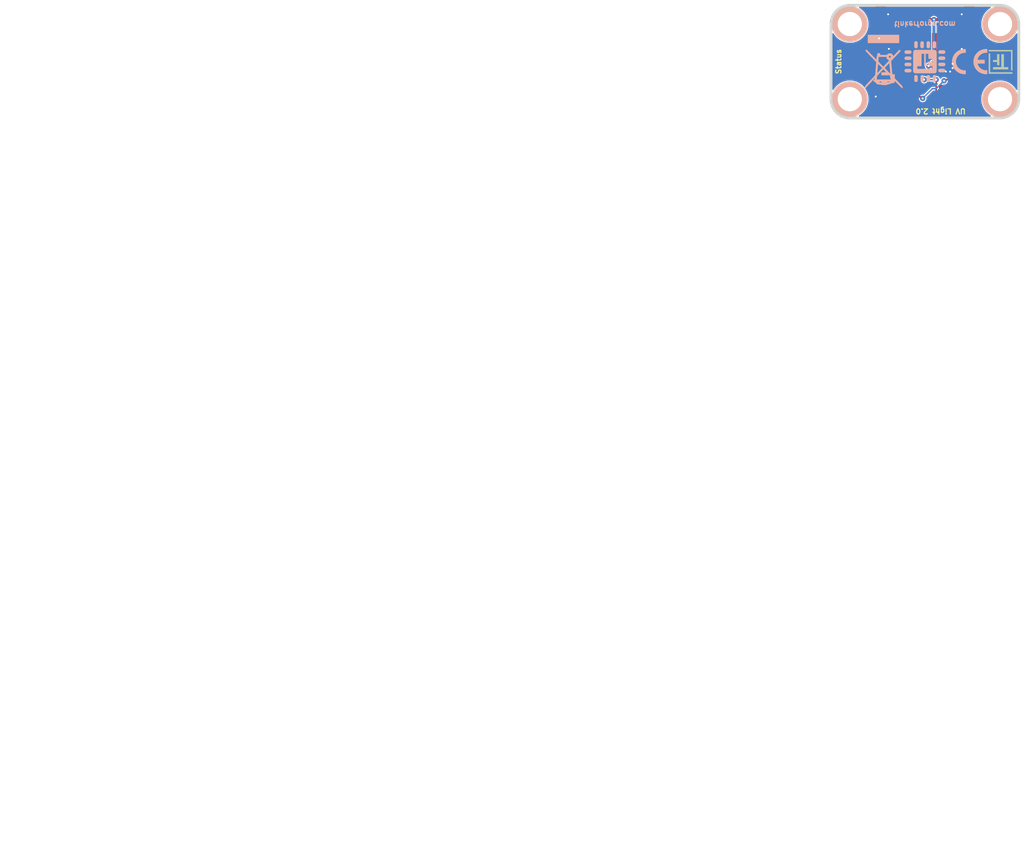
<source format=kicad_pcb>
(kicad_pcb (version 20221018) (generator pcbnew)
  (title_block (title "UV Light Bricklet") (date "2023-01-27") (rev "2.0") (company "Tinkerforge") (comment 1 "Licensed under CERN OHL v.1.1") (comment 2 "Copyright (©) 2023, T.Schneidermann <tim@tinkerforge.com>"))
  (layers (0 "F.Cu" signal) (31 "B.Cu" signal) (34 "B.Paste" user) (35 "F.Paste" user) (36 "B.SilkS" user "B.Silkscreen") (37 "F.SilkS" user "F.Silkscreen") (38 "B.Mask" user) (39 "F.Mask" user) (44 "Edge.Cuts" user))
  (net 0 "")
  (net 1 "GND")
  (net 2 "VCC")
  (net 3 "SCL")
  (net 4 "SDA")
  (net 5 "Net-(P1-Pad6)")
  (net 6 "Net-(R1-Pad1)")
  (net 7 "Net-(D1-Pad2)")
  (net 8 "Net-(P1-Pad4)")
  (net 9 "Net-(P1-Pad5)")
  (net 10 "Net-(P2-Pad1)")
  (net 11 "Net-(P3-Pad2)")
  (net 12 "S-MISO")
  (net 13 "S-MOSI")
  (net 14 "S-CLK")
  (net 15 "S-CS")
  (net 16 "Net-(C1-Pad2)")
  (net 17 "Net-(P1-Pad1)")
  (net 18 "Net-(RP2-Pad6)")
  (net 19 "Net-(RP2-Pad7)")
  (net 20 "Net-(U1-Pad2)")
  (net 21 "Net-(U1-Pad3)")
  (net 22 "Net-(U1-Pad5)")
  (net 23 "Net-(U1-Pad6)")
  (net 24 "Net-(U1-Pad8)")
  (net 25 "Net-(U1-Pad11)")
  (net 26 "Net-(U1-Pad12)")
  (net 27 "Net-(U1-Pad13)")
  (net 28 "Net-(U1-Pad14)")
  (net 29 "Net-(U1-Pad16)")
  (net 30 "ACK")
  (net 31 "Net-(U1-Pad20)")
  (net 32 "Net-(U1-Pad21)")
  (footprint "kicad-libraries:DRILL_NP" (layer "F.Cu") (at 126.9 82.9 180)
    (fp_text reference "U3" hide)
    (fp_text value "DRILL" hide)
    (pad "" np_thru_hole circle (at 0 0 180) (size 3.2 3.2) (drill 3.2) (layers "F&B.Cu" "*.Mask") (clearance 0.89))
  )
  (footprint "kicad-libraries:DRILL_NP" (layer "F.Cu") (at 146.9 92.9 180)
    (fp_text reference "U4" hide)
    (fp_text value "DRILL" hide)
    (pad "" np_thru_hole circle (at 0 0 180) (size 3.2 3.2) (drill 3.2) (layers "F&B.Cu" "*.Mask") (clearance 0.89))
  )
  (footprint "kicad-libraries:DRILL_NP" (layer "F.Cu") (at 146.9 82.9 180)
    (fp_text reference "U5" hide)
    (fp_text value "DRILL" hide)
    (pad "" np_thru_hole circle (at 0 0 180) (size 3.2 3.2) (drill 3.2) (layers "F&B.Cu" "*.Mask") (clearance 0.89))
  )
  (footprint "kicad-libraries:DRILL_NP" (layer "F.Cu") (at 126.9 92.9 180)
    (fp_text reference "U6" hide)
    (fp_text value "DRILL" hide)
    (pad "" np_thru_hole circle (at 0 0 180) (size 3.2 3.2) (drill 3.2) (layers "F&B.Cu" "*.Mask") (clearance 0.89))
  )
  (footprint "kicad-libraries:Logo_31x31" (layer "F.Cu") (at 148.56 89.51 180)
    (fp_text reference "G***" hide)
    (fp_text value "Logo_31x31" hide)
  )
  (footprint "kicad-libraries:Fiducial_Mark" (layer "F.Cu") (at 129.2 87.5 90)
    (fp_text reference "Fiducial_Mark" hide)
    (fp_text value "VAL**" hide)
    (pad "1" smd circle (at 0 0 90) (size 1.00076 1.00076) (layers "F.Cu" "F.Paste" "F.Mask") (clearance 0.65024))
  )
  (footprint "kicad-libraries:Fiducial_Mark" (layer "F.Cu") (at 143.4 93.9 90)
    (fp_text reference "Fiducial_Mark" hide)
    (fp_text value "VAL**" hide)
    (pad "1" smd circle (at 0 0 90) (size 1.00076 1.00076) (layers "F.Cu" "F.Paste" "F.Mask") (clearance 0.65024))
  )
  (footprint "kicad-libraries:C0603F" (layer "F.Cu") (at 139.1 88.5 180)
    (fp_text reference "C3")
    (fp_text value "1uF")
    (pad "1" smd rect (at -0.75 0 180) (size 0.9 0.9) (layers "F.Cu" "F.Paste" "F.Mask") (net 1 "GND"))
    (pad "2" smd rect (at 0.75 0 180) (size 0.9 0.9) (layers "F.Cu" "F.Paste" "F.Mask") (net 2 "VCC"))
  )
  (footprint "kicad-libraries:C0603F" (layer "F.Cu") (at 143.4 86.2)
    (fp_text reference "C5")
    (fp_text value "100nF")
    (pad "1" smd rect (at -0.75 0) (size 0.9 0.9) (layers "F.Cu" "F.Paste" "F.Mask") (net 1 "GND"))
    (pad "2" smd rect (at 0.75 0) (size 0.9 0.9) (layers "F.Cu" "F.Paste" "F.Mask") (net 2 "VCC"))
  )
  (footprint "kicad-libraries:D0603F" (layer "F.Cu") (at 126.6 87.9 90)
    (fp_text reference "D1")
    (fp_text value "blue")
    (pad "1" smd rect (at -0.75 0 90) (size 0.9 0.9) (layers "F.Cu" "F.Paste" "F.Mask") (net 2 "VCC"))
    (pad "2" smd rect (at 0.75 0 90) (size 0.9 0.9) (layers "F.Cu" "F.Paste" "F.Mask") (net 7 "Net-(D1-Pad2)"))
  )
  (footprint "kicad-libraries:CON-SENSOR2" (layer "F.Cu") (at 136.9 80.4 180)
    (fp_text reference "P1")
    (fp_text value "CON-SENSOR2")
    (pad "1" smd rect (at -3.75 -4.6 180) (size 0.6 1.8) (layers "F.Cu" "F.Paste" "F.Mask") (net 17 "Net-(P1-Pad1)"))
    (pad "2" smd rect (at -2.5 -4.6 180) (size 0.6 1.8) (layers "F.Cu" "F.Paste" "F.Mask") (net 1 "GND"))
    (pad "3" smd rect (at -1.25 -4.6 180) (size 0.6 1.8) (layers "F.Cu" "F.Paste" "F.Mask") (net 2 "VCC"))
    (pad "4" smd rect (at 0 -4.6 180) (size 0.6 1.8) (layers "F.Cu" "F.Paste" "F.Mask") (net 8 "Net-(P1-Pad4)"))
    (pad "5" smd rect (at 1.25 -4.6 180) (size 0.6 1.8) (layers "F.Cu" "F.Paste" "F.Mask") (net 9 "Net-(P1-Pad5)"))
    (pad "6" smd rect (at 2.5 -4.6 180) (size 0.6 1.8) (layers "F.Cu" "F.Paste" "F.Mask") (net 5 "Net-(P1-Pad6)"))
    (pad "7" smd rect (at 3.75 -4.6 180) (size 0.6 1.8) (layers "F.Cu" "F.Paste" "F.Mask") (net 16 "Net-(C1-Pad2)"))
    (pad "EP" smd rect (at -5.9 -1.2 180) (size 1.4 2.4) (layers "F.Cu" "F.Paste" "F.Mask") (net 1 "GND"))
    (pad "EP" smd rect (at 5.9 -1.2 180) (size 1.4 2.4) (layers "F.Cu" "F.Paste" "F.Mask") (net 1 "GND"))
  )
  (footprint "kicad-libraries:DEBUG_PAD" (layer "F.Cu") (at 136 93.7 90)
    (fp_text reference "P2")
    (fp_text value "DEBUG")
    (pad "1" smd circle (at 0 0 90) (size 0.7 0.7) (layers "F.Cu" "F.Paste" "F.Mask") (net 10 "Net-(P2-Pad1)"))
  )
  (footprint "kicad-libraries:SolderJumper" (layer "F.Cu") (at 130.8 85.9 -90)
    (fp_text reference "P3")
    (fp_text value "BOOT")
    (pad "1" smd rect (at -0.5 0 270) (size 0.4 1.4) (layers "F.Cu" "F.Mask") (net 1 "GND"))
    (pad "1" smd rect (at -0.225 -0.55 270) (size 0.95 0.3) (layers "F.Cu" "F.Mask") (net 1 "GND"))
    (pad "1" smd rect (at -0.225 0.55 270) (size 0.95 0.3) (layers "F.Cu" "F.Mask") (net 1 "GND"))
    (pad "2" smd rect (at 0.15 0 270) (size 0.6 0.5) (layers "F.Cu" "F.Mask") (net 11 "Net-(P3-Pad2)"))
    (pad "2" smd rect (at 0.55 0 270) (size 0.3 1.4) (layers "F.Cu" "F.Mask") (net 11 "Net-(P3-Pad2)"))
  )
  (footprint "kicad-libraries:R0603F" (layer "F.Cu") (at 129.4 89.9 135)
    (fp_text reference "R1")
    (fp_text value "1k")
    (pad "1" smd rect (at -0.75 0 135) (size 0.9 0.9) (layers "F.Cu" "F.Paste" "F.Mask") (net 6 "Net-(R1-Pad1)"))
    (pad "2" smd rect (at 0.75 0 135) (size 0.9 0.9) (layers "F.Cu" "F.Paste" "F.Mask") (net 7 "Net-(D1-Pad2)"))
  )
  (footprint "kicad-libraries:QFN24-4x4mm-0.5mm" (layer "F.Cu") (at 133.8 91.2 -45)
    (fp_text reference "U1")
    (fp_text value "XMC1100")
    (pad "1" smd oval (at -2.025 -1.25 315) (size 1 0.3) (layers "F.Cu" "F.Paste" "F.Mask") (net 12 "S-MISO"))
    (pad "2" smd oval (at -2.025 -0.75 315) (size 1 0.3) (layers "F.Cu" "F.Paste" "F.Mask") (net 20 "Net-(U1-Pad2)"))
    (pad "3" smd oval (at -2.025 -0.25 315) (size 1 0.3) (layers "F.Cu" "F.Paste" "F.Mask") (net 21 "Net-(U1-Pad3)"))
    (pad "4" smd oval (at -2.025 0.25 315) (size 1 0.3) (layers "F.Cu" "F.Paste" "F.Mask") (net 11 "Net-(P3-Pad2)"))
    (pad "5" smd oval (at -2.025 0.75 315) (size 1 0.3) (layers "F.Cu" "F.Paste" "F.Mask") (net 22 "Net-(U1-Pad5)"))
    (pad "6" smd oval (at -2.025 1.25 315) (size 1 0.3) (layers "F.Cu" "F.Paste" "F.Mask") (net 23 "Net-(U1-Pad6)"))
    (pad "7" smd oval (at -1.25 2.025 45) (size 1 0.3) (layers "F.Cu" "F.Paste" "F.Mask") (net 6 "Net-(R1-Pad1)"))
    (pad "8" smd oval (at -0.75 2.025 45) (size 1 0.3) (layers "F.Cu" "F.Paste" "F.Mask") (net 24 "Net-(U1-Pad8)"))
    (pad "9" smd oval (at -0.25 2.025 45) (size 1 0.3) (layers "F.Cu" "F.Paste" "F.Mask") (net 1 "GND"))
    (pad "10" smd oval (at 0.25 2.025 45) (size 1 0.3) (layers "F.Cu" "F.Paste" "F.Mask") (net 2 "VCC"))
    (pad "11" smd oval (at 0.75 2.025 45) (size 1 0.3) (layers "F.Cu" "F.Paste" "F.Mask") (net 25 "Net-(U1-Pad11)"))
    (pad "12" smd oval (at 1.25 2.025 45) (size 1 0.3) (layers "F.Cu" "F.Paste" "F.Mask") (net 26 "Net-(U1-Pad12)"))
    (pad "13" smd oval (at 2.025 1.25 315) (size 1 0.3) (layers "F.Cu" "F.Paste" "F.Mask") (net 27 "Net-(U1-Pad13)"))
    (pad "14" smd oval (at 2.025 0.75 315) (size 1 0.3) (layers "F.Cu" "F.Paste" "F.Mask") (net 28 "Net-(U1-Pad14)"))
    (pad "15" smd oval (at 2.025 0.25 315) (size 1 0.3) (layers "F.Cu" "F.Paste" "F.Mask") (net 10 "Net-(P2-Pad1)"))
    (pad "16" smd oval (at 2.025 -0.25 315) (size 1 0.3) (layers "F.Cu" "F.Paste" "F.Mask") (net 29 "Net-(U1-Pad16)"))
    (pad "17" smd oval (at 2.025 -0.75 315) (size 1 0.3) (layers "F.Cu" "F.Paste" "F.Mask") (net 4 "SDA"))
    (pad "18" smd oval (at 2.025 -1.25 315) (size 1 0.3) (layers "F.Cu" "F.Paste" "F.Mask") (net 30 "ACK"))
    (pad "19" smd oval (at 1.25 -2.025 45) (size 1 0.3) (layers "F.Cu" "F.Paste" "F.Mask") (net 3 "SCL"))
    (pad "20" smd oval (at 0.75 -2.025 45) (size 1 0.3) (layers "F.Cu" "F.Paste" "F.Mask") (net 31 "Net-(U1-Pad20)"))
    (pad "21" smd oval (at 0.25 -2.025 45) (size 1 0.3) (layers "F.Cu" "F.Paste" "F.Mask") (net 32 "Net-(U1-Pad21)"))
    (pad "22" smd oval (at -0.25 -2.025 45) (size 1 0.3) (layers "F.Cu" "F.Paste" "F.Mask") (net 15 "S-CS"))
    (pad "23" smd oval (at -0.75 -2.025 45) (size 1 0.3) (layers "F.Cu" "F.Paste" "F.Mask") (net 14 "S-CLK"))
    (pad "24" smd oval (at -1.25 -2.025 45) (size 1 0.3) (layers "F.Cu" "F.Paste" "F.Mask") (net 13 "S-MOSI"))
    (pad "EXP" smd rect (at -0.65 -0.65 315) (size 1.3 1.3) (layers "F.Cu" "F.Paste" "F.Mask") (net 1 "GND"))
    (pad "EXP" smd rect (at -0.65 0.65 315) (size 1.3 1.3) (layers "F.Cu" "F.Paste" "F.Mask") (net 1 "GND"))
    (pad "EXP" smd rect (at 0.65 -0.65 315) (size 1.3 1.3) (layers "F.Cu" "F.Paste" "F.Mask") (net 1 "GND"))
    (pad "EXP" smd rect (at 0.65 0.65 315) (size 1.3 1.3) (layers "F.Cu" "F.Paste" "F.Mask") (net 1 "GND"))
  )
  (footprint "kicad-libraries:C0805" (layer "F.Cu") (at 139.2 87 180)
    (fp_text reference "C2")
    (fp_text value "10uF")
    (pad "1" smd rect (at -1.00076 0 180) (size 1.00076 1.24968) (layers "F.Cu" "F.Paste" "F.Mask") (net 1 "GND") (clearance 0.14986))
    (pad "2" smd rect (at 1.00076 0 180) (size 1.00076 1.24968) (layers "F.Cu" "F.Paste" "F.Mask") (net 2 "VCC") (clearance 0.14986))
  )
  (footprint "kicad-libraries:C0603F" (layer "F.Cu") (at 131.4 93.6 -45)
    (fp_text reference "C4")
    (fp_text value "100nF")
    (pad "1" smd rect (at -0.75 0 315) (size 0.9 0.9) (layers "F.Cu" "F.Paste" "F.Mask") (net 1 "GND"))
    (pad "2" smd rect (at 0.75 0 315) (size 0.9 0.9) (layers "F.Cu" "F.Paste" "F.Mask") (net 2 "VCC"))
  )
  (footprint "kicad-libraries:4X0402" (layer "F.Cu") (at 134.9 87.2 180)
    (fp_text reference "RP1")
    (fp_text value "82")
    (pad "1" smd rect (at -0.7493 0.575) (size 0.29972 0.65) (layers "F.Cu" "F.Paste" "F.Mask") (net 8 "Net-(P1-Pad4)"))
    (pad "2" smd rect (at -0.24892 0.575) (size 0.29972 0.65) (layers "F.Cu" "F.Paste" "F.Mask") (net 9 "Net-(P1-Pad5)"))
    (pad "3" smd rect (at 0.24892 0.575) (size 0.29972 0.65) (layers "F.Cu" "F.Paste" "F.Mask") (net 5 "Net-(P1-Pad6)"))
    (pad "4" smd rect (at 0.7493 0.575) (size 0.29972 0.65) (layers "F.Cu" "F.Paste" "F.Mask") (net 16 "Net-(C1-Pad2)"))
    (pad "5" smd rect (at 0.7493 -0.575 180) (size 0.29972 0.65) (layers "F.Cu" "F.Paste" "F.Mask") (net 12 "S-MISO"))
    (pad "6" smd rect (at 0.24892 -0.575 180) (size 0.29972 0.65) (layers "F.Cu" "F.Paste" "F.Mask") (net 13 "S-MOSI"))
    (pad "7" smd rect (at -0.24892 -0.575 180) (size 0.29972 0.65) (layers "F.Cu" "F.Paste" "F.Mask") (net 14 "S-CLK"))
    (pad "8" smd rect (at -0.7493 -0.575 180) (size 0.29972 0.65) (layers "F.Cu" "F.Paste" "F.Mask") (net 15 "S-CS"))
  )
  (footprint "kicad-libraries:0603X4" (layer "F.Cu") (at 140.2 92.3 180)
    (fp_text reference "RP2")
    (fp_text value "2k2")
    (pad "1" smd rect (at 1.19888 -0.8509 180) (size 0.44958 0.89916) (layers "F.Cu" "F.Paste" "F.Mask") (net 2 "VCC"))
    (pad "2" smd rect (at 0.39878 -0.8509 180) (size 0.44958 0.89916) (layers "F.Cu" "F.Paste" "F.Mask") (net 2 "VCC"))
    (pad "3" smd rect (at -0.39878 -0.8509 180) (size 0.44958 0.89916) (layers "F.Cu" "F.Paste" "F.Mask") (net 2 "VCC"))
    (pad "4" smd rect (at -1.19888 -0.8509 180) (size 0.44958 0.89916) (layers "F.Cu" "F.Paste" "F.Mask") (net 2 "VCC"))
    (pad "5" smd rect (at -1.19888 0.8509 180) (size 0.44958 0.89916) (layers "F.Cu" "F.Paste" "F.Mask") (net 3 "SCL"))
    (pad "6" smd rect (at -0.39878 0.8509 180) (size 0.44958 0.89916) (layers "F.Cu" "F.Paste" "F.Mask") (net 18 "Net-(RP2-Pad6)"))
    (pad "7" smd rect (at 0.39878 0.8509 180) (size 0.44958 0.89916) (layers "F.Cu" "F.Paste" "F.Mask") (net 19 "Net-(RP2-Pad7)"))
    (pad "8" smd rect (at 1.19888 0.8509 180) (size 0.44958 0.89916) (layers "F.Cu" "F.Paste" "F.Mask") (net 4 "SDA"))
  )
  (footprint "kicad-libraries:C0402F" (layer "F.Cu") (at 132.6 86.8)
    (fp_text reference "C1")
    (fp_text value "220pF")
    (pad "1" smd rect (at -0.5 0) (size 0.6 0.7) (layers "F.Cu" "F.Paste" "F.Mask") (net 1 "GND"))
    (pad "2" smd rect (at 0.5 0) (size 0.6 0.7) (layers "F.Cu" "F.Paste" "F.Mask") (net 16 "Net-(C1-Pad2)"))
  )
  (footprint "kicad-libraries:OPLGA4" (layer "F.Cu") (at 143.4 87.9)
    (fp_text reference "U2")
    (fp_text value "VEML6075")
    (pad "1" smd rect (at -0.9 -0.35) (size 1 0.35) (layers "F.Cu" "F.Paste" "F.Mask") (net 1 "GND"))
    (pad "2" smd rect (at -0.9 0.35) (size 1 0.35) (layers "F.Cu" "F.Paste" "F.Mask") (net 4 "SDA"))
    (pad "3" smd rect (at 0.9 0.35) (size 1 0.35) (layers "F.Cu" "F.Paste" "F.Mask") (net 3 "SCL"))
    (pad "4" smd rect (at 0.9 -0.35) (size 1 0.35) (layers "F.Cu" "F.Paste" "F.Mask") (net 2 "VCC"))
  )
  (footprint "kicad-libraries:CE_5mm" (layer "B.Cu") (at 142.9 87.9)
    (fp_text reference "VAL" hide)
    (fp_text value "CE_5mm" hide)
  )
  (footprint "kicad-libraries:Logo_CoMCU" (layer "B.Cu") (at 136.9 87.9)
    (fp_text reference "G***" hide)
    (fp_text value "LOGO" hide)
  )
  (footprint "kicad-libraries:WEEE_7mm" (layer "B.Cu") (at 131.4 87.9)
    (fp_text reference "VAL" hide)
    (fp_text value "WEEE_7mm" hide)
  )
  (gr_arc (start 146.9 80.4) (mid 148.667767 81.132233) (end 149.4 82.9) (stroke (width 0.381)) (layer "Edge.Cuts"))
  (gr_arc (start 124.4 82.9) (mid 125.132233 81.132233) (end 126.9 80.4) (stroke (width 0.381)) (layer "Edge.Cuts"))
  (gr_line (start 146.9 80.4) (end 126.9 80.4) (stroke (width 0.381)) (layer "Edge.Cuts"))
  (gr_arc (start 149.4 92.9) (mid 148.667767 94.667767) (end 146.9 95.4) (stroke (width 0.381)) (layer "Edge.Cuts"))
  (gr_line (start 124.4 82.9) (end 124.4 92.9) (stroke (width 0.381)) (layer "Edge.Cuts"))
  (gr_line (start 126.9 95.4) (end 146.9 95.4) (stroke (width 0.381)) (layer "Edge.Cuts"))
  (gr_arc (start 126.9 95.4) (mid 125.132233 94.667767) (end 124.4 92.9) (stroke (width 0.381)) (layer "Edge.Cuts"))
  (gr_line (start 149.4 92.9) (end 149.4 82.9) (stroke (width 0.381)) (layer "Edge.Cuts"))
  (gr_text "tinkerforge.com" (at 136.9 82.9 180) (layer "B.SilkS") (effects (font (size 0.7 0.7)) (justify mirror)))
  (gr_text "Status" (at 125.4 87.9 90) (layer "F.SilkS") (effects (font (size 0.7 0.7))))
  (gr_text "UV Light 2.0" (at 139 94.5 180) (layer "F.SilkS") (effects (font (size 0.7 0.7))))
  (segment (start 139.4 86.09924) (end 140.30076 87) (width 0.55) (layer "F.Cu") (net 1))
  (segment (start 140.30076 87.57924) (end 139.85 88.03) (width 0.55) (layer "F.Cu") (net 1))
  (segment (start 139.85 88.03) (end 139.85 88.5) (width 0.55) (layer "F.Cu") (net 1))
  (segment (start 140.27 88.5) (end 140.58 88.19) (width 0.55) (layer "F.Cu") (net 1))
  (segment (start 140.32 88.5) (end 140.58 88.76) (width 0.55) (layer "F.Cu") (net 1))
  (segment (start 139.85 88.82) (end 140.26 89.23) (width 0.55) (layer "F.Cu") (net 1))
  (segment (start 139.85 89.06) (end 139.69 89.22) (width 0.55) (layer "F.Cu") (net 1))
  (segment (start 140.25 89.22) (end 140.26 89.23) (width 0.55) (layer "F.Cu") (net 1))
  (segment (start 140.58 88.91) (end 140.26 89.23) (width 0.55) (layer "F.Cu") (net 1))
  (segment (start 139.69 88.66) (end 139.85 88.5) (width 0.55) (layer "F.Cu") (net 1))
  (segment (start 132.204885 92.455115) (end 132.880761 91.779239) (width 0.2) (layer "F.Cu") (net 1))
  (segment (start 132.880761 91.779239) (end 132.880761 91.2) (width 0.2) (layer "F.Cu") (net 1))
  (segment (start 132.191332 92.468668) (end 131.79 92.87) (width 0.2) (layer "F.Cu") (net 1))
  (segment (start 131.79 92.87) (end 131.06934 92.87) (width 0.2) (layer "F.Cu") (net 1))
  (segment (start 131.06934 92.87) (end 130.86967 93.06967) (width 0.2) (layer "F.Cu") (net 1))
  (segment (start 142.5 86.35) (end 142.65 86.2) (width 0.25) (layer "F.Cu") (net 1))
  (segment (start 140.58 88.76) (end 140.58 88.91) (width 0.55) (layer "F.Cu") (net 1))
  (segment (start 131 81.6) (end 132 81.6) (width 0.55) (layer "F.Cu") (net 1))
  (segment (start 140.32 88.5) (end 139.85 88.5) (width 0.55) (layer "F.Cu") (net 1))
  (segment (start 139.4 85) (end 139.4 86.09924) (width 0.55) (layer "F.Cu") (net 1))
  (segment (start 140.58 88.19) (end 140.58 88.76) (width 0.55) (layer "F.Cu") (net 1))
  (segment (start 139.85 89.06) (end 139.85 88.5) (width 0.55) (layer "F.Cu") (net 1))
  (segment (start 132.191332 92.455115) (end 132.191332 92.468668) (width 0.2) (layer "F.Cu") (net 1))
  (segment (start 130.86967 93.06967) (end 130.35 92.55) (width 0.55) (layer "F.Cu") (net 1))
  (segment (start 133.8 92.119239) (end 132.880761 91.2) (width 0.3) (layer "F.Cu") (net 1))
  (segment (start 142.65 86.2) (end 141.8 86.2) (width 0.3) (layer "F.Cu") (net 1))
  (segment (start 133.8 90.280761) (end 134.719239 91.2) (width 0.3) (layer "F.Cu") (net 1))
  (segment (start 142.8 81.6) (end 141.8 81.6) (width 0.55) (layer "F.Cu") (net 1))
  (segment (start 132.1 86.8) (end 132.1 86.2) (width 0.55) (layer "F.Cu") (net 1))
  (segment (start 132.880761 91.2) (end 133.8 90.280761) (width 0.3) (layer "F.Cu") (net 1))
  (segment (start 134.719239 91.2) (end 133.8 92.119239) (width 0.3) (layer "F.Cu") (net 1))
  (segment (start 130.8 85.4) (end 130.8 84.8) (width 0.3) (layer "F.Cu") (net 1))
  (segment (start 139.69 89.22) (end 139.69 88.66) (width 0.55) (layer "F.Cu") (net 1))
  (segment (start 139.69 89.22) (end 140.25 89.22) (width 0.55) (layer "F.Cu") (net 1))
  (segment (start 142.5 87.55) (end 142.5 86.35) (width 0.25) (layer "F.Cu") (net 1))
  (segment (start 140.30076 87) (end 140.30076 87.57924) (width 0.55) (layer "F.Cu") (net 1))
  (segment (start 132.191332 92.455115) (end 132.204885 92.455115) (width 0.2) (layer "F.Cu") (net 1))
  (via (at 130.8 84.8) (size 0.55) (drill 0.25) (layers "F.Cu" "B.Cu") (net 1))
  (via (at 132.1 86.2) (size 0.55) (drill 0.25) (layers "F.Cu" "B.Cu") (net 1))
  (via (at 140.58 88.76) (size 0.55) (drill 0.25) (layers "F.Cu" "B.Cu") (net 1))
  (via (at 141.8 86.2) (size 0.7) (drill 0.25) (layers "F.Cu" "B.Cu") (net 1))
  (via (at 130.35 92.55) (size 0.55) (drill 0.25) (layers "F.Cu" "B.Cu") (net 1))
  (via (at 139.69 89.22) (size 0.55) (drill 0.25) (layers "F.Cu" "B.Cu") (net 1))
  (via (at 132 81.6) (size 0.55) (drill 0.25) (layers "F.Cu" "B.Cu") (net 1))
  (via (at 140.26 89.23) (size 0.55) (drill 0.25) (layers "F.Cu" "B.Cu") (net 1))
  (via (at 140.58 88.19) (size 0.55) (drill 0.25) (layers "F.Cu" "B.Cu") (net 1))
  (via (at 141.8 81.6) (size 0.55) (drill 0.25) (layers "F.Cu" "B.Cu") (net 1))
  (segment (start 138.15 86.85076) (end 138.29924 87) (width 0.55) (layer "F.Cu") (net 2))
  (segment (start 138.29924 88.44924) (end 138.35 88.5) (width 0.55) (layer "F.Cu") (net 2))
  (segment (start 126.69 88.65) (end 129.71 91.67) (width 0.3) (layer "F.Cu") (net 2))
  (segment (start 129.71 91.67) (end 129.71 93.22) (width 0.3) (layer "F.Cu") (net 2))
  (segment (start 129.71 93.22) (end 130.96 94.47) (width 0.3) (layer "F.Cu") (net 2))
  (segment (start 130.96 94.47) (end 131.59066 94.47) (width 0.3) (layer "F.Cu") (net 2))
  (segment (start 131.59066 94.47) (end 131.93033 94.13033) (width 0.3) (layer "F.Cu") (net 2))
  (segment (start 132.544885 92.825115) (end 132.18 93.19) (width 0.2) (layer "F.Cu") (net 2))
  (segment (start 132.18 93.19) (end 132.18 93.88066) (width 0.2) (layer "F.Cu") (net 2))
  (segment (start 132.18 93.88066) (end 131.93033 94.13033) (width 0.2) (layer "F.Cu") (net 2))
  (segment (start 144.3 86.35) (end 144.15 86.2) (width 0.25) (layer "F.Cu") (net 2))
  (segment (start 140.7 82.3) (end 144.15 85.75) (width 0.4) (layer "F.Cu") (net 2))
  (segment (start 140.7 82.3) (end 138.1 82.3) (width 0.4) (layer "F.Cu") (net 2))
  (segment (start 132.3 94.5) (end 138.5 94.5) (width 0.3) (layer "F.Cu") (net 2))
  (segment (start 140.7 94.5) (end 141.39888 93.80112) (width 0.3) (layer "F.Cu") (net 2))
  (segment (start 141.39888 93.80112) (end 141.39888 93.1509) (width 0.3) (layer "F.Cu") (net 2))
  (segment (start 139.00112 93.99888) (end 138.5 94.5) (width 0.3) (layer "F.Cu") (net 2))
  (segment (start 138.5 94.5) (end 139.3 94.5) (width 0.3) (layer "F.Cu") (net 2))
  (segment (start 139.80122 93.99878) (end 139.3 94.5) (width 0.3) (layer "F.Cu") (net 2))
  (segment (start 139.3 94.5) (end 140 94.5) (width 0.3) (layer "F.Cu") (net 2))
  (segment (start 140.59878 93.90122) (end 140 94.5) (width 0.3) (layer "F.Cu") (net 2))
  (segment (start 140 94.5) (end 140.7 94.5) (width 0.3) (layer "F.Cu") (net 2))
  (segment (start 139.00112 93.1509) (end 139.00112 93.99888) (width 0.3) (layer "F.Cu") (net 2))
  (segment (start 133.4 82.3) (end 138.1 82.3) (width 0.4) (layer "F.Cu") (net 2))
  (segment (start 126.6 88.65) (end 126.15 88.65) (width 0.4) (layer "F.Cu") (net 2))
  (segment (start 125.4 87.9) (end 125.4 86.3) (width 0.4) (layer "F.Cu") (net 2))
  (segment (start 138.29924 87) (end 138.29924 88.44924) (width 0.55) (layer "F.Cu") (net 2))
  (segment (start 128.7 86) (end 131 83.7) (width 0.4) (layer "F.Cu") (net 2))
  (segment (start 131.93033 94.13033) (end 132.3 94.5) (width 0.3) (layer "F.Cu") (net 2))
  (segment (start 132.544885 92.808668) (end 132.544885 92.825115) (width 0.2) (layer "F.Cu") (net 2))
  (segment (start 125.4 86.3) (end 125.7 86) (width 0.4) (layer "F.Cu") (net 2))
  (segment (start 126.6 88.65) (end 126.69 88.65) (width 0.3) (layer "F.Cu") (net 2))
  (segment (start 132 83.7) (end 133.4 82.3) (width 0.4) (layer "F.Cu") (net 2))
  (segment (start 144.15 86.2) (end 144.15 85.75) (width 0.4) (layer "F.Cu") (net 2))
  (segment (start 131 83.7) (end 132 83.7) (width 0.4) (layer "F.Cu") (net 2))
  (segment (start 138.35 88.5) (end 137.4 88.5) (width 0.4) (layer "F.Cu") (net 2))
  (segment (start 125.7 86) (end 128.7 86) (width 0.4) (layer "F.Cu") (net 2))
  (segment (start 138.15 85) (end 138.15 86.85076) (width 0.55) (layer "F.Cu") (net 2))
  (segment (start 126.15 88.65) (end 125.4 87.9) (width 0.4) (layer "F.Cu") (net 2))
  (segment (start 144.3 87.55) (end 144.3 86.35) (width 0.25) (layer "F.Cu") (net 2))
  (segment (start 139.80122 93.1509) (end 139.80122 93.99878) (width 0.3) (layer "F.Cu") (net 2))
  (segment (start 140.59878 93.1509) (end 140.59878 93.90122) (width 0.3) (layer "F.Cu") (net 2))
  (via (at 137.4 88.5) (size 0.7) (drill 0.25) (layers "F.Cu" "B.Cu") (net 2))
  (via (at 138.1 82.3) (size 0.7) (drill 0.25) (layers "F.Cu" "B.Cu") (net 2))
  (segment (start 138.1 87.8) (end 137.4 88.5) (width 0.4) (layer "B.Cu") (net 2))
  (segment (start 138.1 82.3) (end 138.1 87.8) (width 0.4) (layer "B.Cu") (net 2))
  (segment (start 144.3 89.4) (end 143.8 89.9) (width 0.2) (layer "F.Cu") (net 3))
  (segment (start 143.8 89.9) (end 142.6 89.9) (width 0.2) (layer "F.Cu") (net 3))
  (segment (start 142.6 89.9) (end 141.39888 91.10112) (width 0.2) (layer "F.Cu") (net 3))
  (segment (start 141.39888 91.10112) (end 141.39888 91.4491) (width 0.25) (layer "F.Cu") (net 3))
  (segment (start 136.8 90.3) (end 136.467767 90.3) (width 0.25) (layer "F.Cu") (net 3))
  (segment (start 141.39888 92.00112) (end 141.1 92.3) (width 0.2) (layer "F.Cu") (net 3))
  (segment (start 141.1 92.3) (end 138.6 92.3) (width 0.2) (layer "F.Cu") (net 3))
  (segment (start 138.6 92.3) (end 138.4 92.1) (width 0.2) (layer "F.Cu") (net 3))
  (segment (start 138.4 92.1) (end 138.4 90.3) (width 0.2) (layer "F.Cu") (net 3))
  (segment (start 136.115775 90.651992) (end 136.467767 90.3) (width 0.25) (layer "F.Cu") (net 3))
  (segment (start 141.39888 91.4491) (end 141.39888 92.00112) (width 0.2) (layer "F.Cu") (net 3))
  (segment (start 144.3 88.25) (end 144.3 89.4) (width 0.2) (layer "F.Cu") (net 3))
  (via (at 138.4 90.3) (size 0.7) (drill 0.25) (layers "F.Cu" "B.Cu") (net 3))
  (via (at 136.8 90.3) (size 0.7) (drill 0.25) (layers "F.Cu" "B.Cu") (net 3))
  (segment (start 138.4 90.3) (end 136.8 90.3) (width 0.2) (layer "B.Cu") (net 3))
  (segment (start 142.5 89.3) (end 141.5 90.3) (width 0.2) (layer "F.Cu") (net 4))
  (segment (start 141.5 90.3) (end 139.6 90.3) (width 0.2) (layer "F.Cu") (net 4))
  (segment (start 139.6 90.3) (end 139.45 90.45) (width 0.25) (layer "F.Cu") (net 4))
  (segment (start 139.00112 90.89888) (end 139.00112 91.4491) (width 0.2) (layer "F.Cu") (net 4))
  (segment (start 136.46066 92.8) (end 136.6 92.8) (width 0.25) (layer "F.Cu") (net 4))
  (segment (start 139.45 90.45) (end 139.00112 90.89888) (width 0.2) (layer "F.Cu") (net 4))
  (segment (start 142.5 88.25) (end 142.5 89.3) (width 0.2) (layer "F.Cu") (net 4))
  (segment (start 135.762221 92.101561) (end 136.46066 92.8) (width 0.25) (layer "F.Cu") (net 4))
  (via (at 139.45 90.45) (size 0.7) (drill 0.25) (layers "F.Cu" "B.Cu") (net 4))
  (via (at 136.6 92.8) (size 0.7) (drill 0.25) (layers "F.Cu" "B.Cu") (net 4))
  (segment (start 138.4 91.5) (end 139.45 90.45) (width 0.2) (layer "B.Cu") (net 4))
  (segment (start 138.4 91.5) (end 137.9 91.5) (width 0.2) (layer "B.Cu") (net 4))
  (segment (start 137.9 91.5) (end 136.6 92.8) (width 0.2) (layer "B.Cu") (net 4))
  (segment (start 134.65108 86.15108) (end 134.4 85.9) (width 0.2) (layer "F.Cu") (net 5))
  (segment (start 134.4 85.9) (end 134.4 85) (width 0.2) (layer "F.Cu") (net 5))
  (segment (start 134.65108 86.625) (end 134.65108 86.15108) (width 0.2) (layer "F.Cu") (net 5))
  (segment (start 134.4 85) (end 134.4 85.8) (width 0.2) (layer "F.Cu") (net 5))
  (segment (start 131.484225 91.734225) (end 130.19033 90.44033) (width 0.2) (layer "F.Cu") (net 6))
  (segment (start 130.19033 90.44033) (end 129.93033 90.44033) (width 0.3) (layer "F.Cu") (net 6))
  (segment (start 131.484225 91.748008) (end 131.484225 91.734225) (width 0.3) (layer "F.Cu") (net 6))
  (segment (start 128.86967 89.35967) (end 127.55 88.04) (width 0.2) (layer "F.Cu") (net 7))
  (segment (start 127.55 88.04) (end 127.55 87.58) (width 0.2) (layer "F.Cu") (net 7))
  (segment (start 127.55 87.58) (end 127.12 87.15) (width 0.2) (layer "F.Cu") (net 7))
  (segment (start 127.12 87.15) (end 126.6 87.15) (width 0.2) (layer "F.Cu") (net 7))
  (segment (start 135.6493 86.4507) (end 135.9 86.2) (width 0.2) (layer "F.Cu") (net 8))
  (segment (start 135.9 86.2) (end 136.7 86.2) (width 0.2) (layer "F.Cu") (net 8))
  (segment (start 136.7 86.2) (end 136.9 86) (width 0.2) (layer "F.Cu") (net 8))
  (segment (start 136.9 86) (end 136.9 85) (width 0.2) (layer "F.Cu") (net 8))
  (segment (start 135.6493 86.625) (end 135.6493 86.4507) (width 0.2) (layer "F.Cu") (net 8))
  (segment (start 135.14892 86.25108) (end 135.65 85.75) (width 0.2) (layer "F.Cu") (net 9))
  (segment (start 135.65 85.75) (end 135.65 85) (width 0.2) (layer "F.Cu") (net 9))
  (segment (start 135.14892 86.625) (end 135.14892 86.25108) (width 0.2) (layer "F.Cu") (net 9))
  (segment (start 135.65 85) (end 135.65 85.75) (width 0.2) (layer "F.Cu") (net 9))
  (segment (start 135.926447 93.68) (end 135.055115 92.808668) (width 0.2) (layer "F.Cu") (net 10))
  (segment (start 135.97 93.68) (end 135.926447 93.68) (width 0.2) (layer "F.Cu") (net 10))
  (segment (start 132.23 89.98) (end 132.191332 89.944885) (width 0.2) (layer "F.Cu") (net 11))
  (segment (start 130.8 86.45) (end 130.8 88.55) (width 0.2) (layer "F.Cu") (net 11))
  (segment (start 130.8 88.55) (end 132.23 89.98) (width 0.2) (layer "F.Cu") (net 11))
  (segment (start 134.1507 88.1493) (end 133.415775 88.884225) (width 0.2) (layer "F.Cu") (net 12))
  (segment (start 133.415775 88.884225) (end 133.251992 88.884225) (width 0.2) (layer "F.Cu") (net 12))
  (segment (start 134.1507 87.775) (end 134.1507 88.1493) (width 0.2) (layer "F.Cu") (net 12))
  (segment (start 134.65108 88.581153) (end 134.65108 87.775) (width 0.2) (layer "F.Cu") (net 13))
  (segment (start 134.348008 88.884225) (end 134.65108 88.581153) (width 0.2) (layer "F.Cu") (net 13))
  (segment (start 135.14892 88.79042) (end 135.14892 87.775) (width 0.2) (layer "F.Cu") (net 14))
  (segment (start 134.701561 89.237779) (end 135.14892 88.79042) (width 0.2) (layer "F.Cu") (net 14))
  (segment (start 135.6493 88.997147) (end 135.6493 87.775) (width 0.2) (layer "F.Cu") (net 15))
  (segment (start 135.055115 89.591332) (end 135.6493 88.997147) (width 0.2) (layer "F.Cu") (net 15))
  (segment (start 133.325 86.725) (end 133.25 86.8) (width 0.2) (layer "F.Cu") (net 16))
  (segment (start 133.15 86.7) (end 133.25 86.8) (width 0.2) (layer "F.Cu") (net 16))
  (segment (start 133.425 86.625) (end 133.25 86.8) (width 0.2) (layer "F.Cu") (net 16))
  (segment (start 133.15 85) (end 133.15 86.7) (width 0.2) (layer "F.Cu") (net 16))
  (segment (start 134.1507 86.625) (end 133.425 86.625) (width 0.2) (layer "F.Cu") (net 16))
  (zone (net 1) (net_name "GND") (layer "B.Cu") (connect_pads yes (clearance 0.15)) (min_thickness 0.1778) (fill yes (thermal_gap 0.381) (thermal_bridge_width 0.381))
    (polygon (pts (xy 149.4 80.4) (xy 149.4 95.4) (xy 124.4 95.4) (xy 124.4 80.4)))
  )
)
</source>
